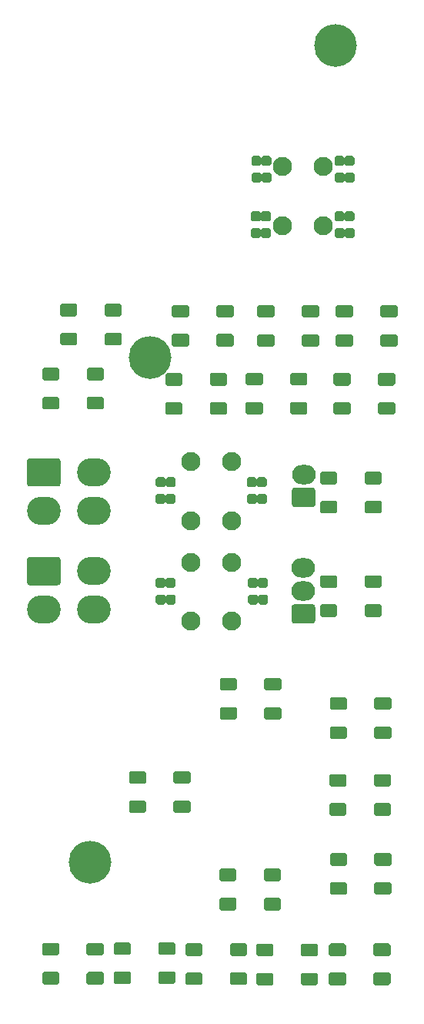
<source format=gbr>
G04 #@! TF.GenerationSoftware,KiCad,Pcbnew,(5.1.12-1-10_14)*
G04 #@! TF.CreationDate,2021-11-28T12:56:29+11:00*
G04 #@! TF.ProjectId,MasterModePushbuttonV2,4d617374-6572-44d6-9f64-655075736862,rev?*
G04 #@! TF.SameCoordinates,Original*
G04 #@! TF.FileFunction,Soldermask,Top*
G04 #@! TF.FilePolarity,Negative*
%FSLAX46Y46*%
G04 Gerber Fmt 4.6, Leading zero omitted, Abs format (unit mm)*
G04 Created by KiCad (PCBNEW (5.1.12-1-10_14)) date 2021-11-28 12:56:29*
%MOMM*%
%LPD*%
G01*
G04 APERTURE LIST*
%ADD10C,2.100000*%
%ADD11C,4.700000*%
%ADD12O,2.590000X2.140000*%
%ADD13O,3.700000X3.100000*%
G04 APERTURE END LIST*
G36*
G01*
X227142380Y-97709580D02*
X226442380Y-97709580D01*
G75*
G02*
X226242380Y-97509580I0J200000D01*
G01*
X226242380Y-96809580D01*
G75*
G02*
X226442380Y-96609580I200000J0D01*
G01*
X227142380Y-96609580D01*
G75*
G02*
X227342380Y-96809580I0J-200000D01*
G01*
X227342380Y-97509580D01*
G75*
G02*
X227142380Y-97709580I-200000J0D01*
G01*
G37*
G36*
G01*
X226042380Y-97709580D02*
X225342380Y-97709580D01*
G75*
G02*
X225142380Y-97509580I0J200000D01*
G01*
X225142380Y-96809580D01*
G75*
G02*
X225342380Y-96609580I200000J0D01*
G01*
X226042380Y-96609580D01*
G75*
G02*
X226242380Y-96809580I0J-200000D01*
G01*
X226242380Y-97509580D01*
G75*
G02*
X226042380Y-97709580I-200000J0D01*
G01*
G37*
G36*
G01*
X226042380Y-95879580D02*
X225342380Y-95879580D01*
G75*
G02*
X225142380Y-95679580I0J200000D01*
G01*
X225142380Y-94979580D01*
G75*
G02*
X225342380Y-94779580I200000J0D01*
G01*
X226042380Y-94779580D01*
G75*
G02*
X226242380Y-94979580I0J-200000D01*
G01*
X226242380Y-95679580D01*
G75*
G02*
X226042380Y-95879580I-200000J0D01*
G01*
G37*
G36*
G01*
X227142380Y-95879580D02*
X226442380Y-95879580D01*
G75*
G02*
X226242380Y-95679580I0J200000D01*
G01*
X226242380Y-94979580D01*
G75*
G02*
X226442380Y-94779580I200000J0D01*
G01*
X227142380Y-94779580D01*
G75*
G02*
X227342380Y-94979580I0J-200000D01*
G01*
X227342380Y-95679580D01*
G75*
G02*
X227142380Y-95879580I-200000J0D01*
G01*
G37*
G36*
G01*
X227269380Y-108758580D02*
X226569380Y-108758580D01*
G75*
G02*
X226369380Y-108558580I0J200000D01*
G01*
X226369380Y-107858580D01*
G75*
G02*
X226569380Y-107658580I200000J0D01*
G01*
X227269380Y-107658580D01*
G75*
G02*
X227469380Y-107858580I0J-200000D01*
G01*
X227469380Y-108558580D01*
G75*
G02*
X227269380Y-108758580I-200000J0D01*
G01*
G37*
G36*
G01*
X226169380Y-108758580D02*
X225469380Y-108758580D01*
G75*
G02*
X225269380Y-108558580I0J200000D01*
G01*
X225269380Y-107858580D01*
G75*
G02*
X225469380Y-107658580I200000J0D01*
G01*
X226169380Y-107658580D01*
G75*
G02*
X226369380Y-107858580I0J-200000D01*
G01*
X226369380Y-108558580D01*
G75*
G02*
X226169380Y-108758580I-200000J0D01*
G01*
G37*
G36*
G01*
X226169380Y-106928580D02*
X225469380Y-106928580D01*
G75*
G02*
X225269380Y-106728580I0J200000D01*
G01*
X225269380Y-106028580D01*
G75*
G02*
X225469380Y-105828580I200000J0D01*
G01*
X226169380Y-105828580D01*
G75*
G02*
X226369380Y-106028580I0J-200000D01*
G01*
X226369380Y-106728580D01*
G75*
G02*
X226169380Y-106928580I-200000J0D01*
G01*
G37*
G36*
G01*
X227269380Y-106928580D02*
X226569380Y-106928580D01*
G75*
G02*
X226369380Y-106728580I0J200000D01*
G01*
X226369380Y-106028580D01*
G75*
G02*
X226569380Y-105828580I200000J0D01*
G01*
X227269380Y-105828580D01*
G75*
G02*
X227469380Y-106028580I0J-200000D01*
G01*
X227469380Y-106728580D01*
G75*
G02*
X227269380Y-106928580I-200000J0D01*
G01*
G37*
G36*
G01*
X217109380Y-108758580D02*
X216409380Y-108758580D01*
G75*
G02*
X216209380Y-108558580I0J200000D01*
G01*
X216209380Y-107858580D01*
G75*
G02*
X216409380Y-107658580I200000J0D01*
G01*
X217109380Y-107658580D01*
G75*
G02*
X217309380Y-107858580I0J-200000D01*
G01*
X217309380Y-108558580D01*
G75*
G02*
X217109380Y-108758580I-200000J0D01*
G01*
G37*
G36*
G01*
X216009380Y-108758580D02*
X215309380Y-108758580D01*
G75*
G02*
X215109380Y-108558580I0J200000D01*
G01*
X215109380Y-107858580D01*
G75*
G02*
X215309380Y-107658580I200000J0D01*
G01*
X216009380Y-107658580D01*
G75*
G02*
X216209380Y-107858580I0J-200000D01*
G01*
X216209380Y-108558580D01*
G75*
G02*
X216009380Y-108758580I-200000J0D01*
G01*
G37*
G36*
G01*
X216009380Y-106928580D02*
X215309380Y-106928580D01*
G75*
G02*
X215109380Y-106728580I0J200000D01*
G01*
X215109380Y-106028580D01*
G75*
G02*
X215309380Y-105828580I200000J0D01*
G01*
X216009380Y-105828580D01*
G75*
G02*
X216209380Y-106028580I0J-200000D01*
G01*
X216209380Y-106728580D01*
G75*
G02*
X216009380Y-106928580I-200000J0D01*
G01*
G37*
G36*
G01*
X217109380Y-106928580D02*
X216409380Y-106928580D01*
G75*
G02*
X216209380Y-106728580I0J200000D01*
G01*
X216209380Y-106028580D01*
G75*
G02*
X216409380Y-105828580I200000J0D01*
G01*
X217109380Y-105828580D01*
G75*
G02*
X217309380Y-106028580I0J-200000D01*
G01*
X217309380Y-106728580D01*
G75*
G02*
X217109380Y-106928580I-200000J0D01*
G01*
G37*
G36*
G01*
X225786880Y-65569580D02*
X226486880Y-65569580D01*
G75*
G02*
X226686880Y-65769580I0J-200000D01*
G01*
X226686880Y-66469580D01*
G75*
G02*
X226486880Y-66669580I-200000J0D01*
G01*
X225786880Y-66669580D01*
G75*
G02*
X225586880Y-66469580I0J200000D01*
G01*
X225586880Y-65769580D01*
G75*
G02*
X225786880Y-65569580I200000J0D01*
G01*
G37*
G36*
G01*
X226886880Y-65569580D02*
X227586880Y-65569580D01*
G75*
G02*
X227786880Y-65769580I0J-200000D01*
G01*
X227786880Y-66469580D01*
G75*
G02*
X227586880Y-66669580I-200000J0D01*
G01*
X226886880Y-66669580D01*
G75*
G02*
X226686880Y-66469580I0J200000D01*
G01*
X226686880Y-65769580D01*
G75*
G02*
X226886880Y-65569580I200000J0D01*
G01*
G37*
G36*
G01*
X226886880Y-67399580D02*
X227586880Y-67399580D01*
G75*
G02*
X227786880Y-67599580I0J-200000D01*
G01*
X227786880Y-68299580D01*
G75*
G02*
X227586880Y-68499580I-200000J0D01*
G01*
X226886880Y-68499580D01*
G75*
G02*
X226686880Y-68299580I0J200000D01*
G01*
X226686880Y-67599580D01*
G75*
G02*
X226886880Y-67399580I200000J0D01*
G01*
G37*
G36*
G01*
X225786880Y-67399580D02*
X226486880Y-67399580D01*
G75*
G02*
X226686880Y-67599580I0J-200000D01*
G01*
X226686880Y-68299580D01*
G75*
G02*
X226486880Y-68499580I-200000J0D01*
G01*
X225786880Y-68499580D01*
G75*
G02*
X225586880Y-68299580I0J200000D01*
G01*
X225586880Y-67599580D01*
G75*
G02*
X225786880Y-67399580I200000J0D01*
G01*
G37*
G36*
G01*
X236794380Y-68499580D02*
X236094380Y-68499580D01*
G75*
G02*
X235894380Y-68299580I0J200000D01*
G01*
X235894380Y-67599580D01*
G75*
G02*
X236094380Y-67399580I200000J0D01*
G01*
X236794380Y-67399580D01*
G75*
G02*
X236994380Y-67599580I0J-200000D01*
G01*
X236994380Y-68299580D01*
G75*
G02*
X236794380Y-68499580I-200000J0D01*
G01*
G37*
G36*
G01*
X235694380Y-68499580D02*
X234994380Y-68499580D01*
G75*
G02*
X234794380Y-68299580I0J200000D01*
G01*
X234794380Y-67599580D01*
G75*
G02*
X234994380Y-67399580I200000J0D01*
G01*
X235694380Y-67399580D01*
G75*
G02*
X235894380Y-67599580I0J-200000D01*
G01*
X235894380Y-68299580D01*
G75*
G02*
X235694380Y-68499580I-200000J0D01*
G01*
G37*
G36*
G01*
X235694380Y-66669580D02*
X234994380Y-66669580D01*
G75*
G02*
X234794380Y-66469580I0J200000D01*
G01*
X234794380Y-65769580D01*
G75*
G02*
X234994380Y-65569580I200000J0D01*
G01*
X235694380Y-65569580D01*
G75*
G02*
X235894380Y-65769580I0J-200000D01*
G01*
X235894380Y-66469580D01*
G75*
G02*
X235694380Y-66669580I-200000J0D01*
G01*
G37*
G36*
G01*
X236794380Y-66669580D02*
X236094380Y-66669580D01*
G75*
G02*
X235894380Y-66469580I0J200000D01*
G01*
X235894380Y-65769580D01*
G75*
G02*
X236094380Y-65569580I200000J0D01*
G01*
X236794380Y-65569580D01*
G75*
G02*
X236994380Y-65769580I0J-200000D01*
G01*
X236994380Y-66469580D01*
G75*
G02*
X236794380Y-66669580I-200000J0D01*
G01*
G37*
G36*
G01*
X236794380Y-62403580D02*
X236094380Y-62403580D01*
G75*
G02*
X235894380Y-62203580I0J200000D01*
G01*
X235894380Y-61503580D01*
G75*
G02*
X236094380Y-61303580I200000J0D01*
G01*
X236794380Y-61303580D01*
G75*
G02*
X236994380Y-61503580I0J-200000D01*
G01*
X236994380Y-62203580D01*
G75*
G02*
X236794380Y-62403580I-200000J0D01*
G01*
G37*
G36*
G01*
X235694380Y-62403580D02*
X234994380Y-62403580D01*
G75*
G02*
X234794380Y-62203580I0J200000D01*
G01*
X234794380Y-61503580D01*
G75*
G02*
X234994380Y-61303580I200000J0D01*
G01*
X235694380Y-61303580D01*
G75*
G02*
X235894380Y-61503580I0J-200000D01*
G01*
X235894380Y-62203580D01*
G75*
G02*
X235694380Y-62403580I-200000J0D01*
G01*
G37*
G36*
G01*
X235694380Y-60573580D02*
X234994380Y-60573580D01*
G75*
G02*
X234794380Y-60373580I0J200000D01*
G01*
X234794380Y-59673580D01*
G75*
G02*
X234994380Y-59473580I200000J0D01*
G01*
X235694380Y-59473580D01*
G75*
G02*
X235894380Y-59673580I0J-200000D01*
G01*
X235894380Y-60373580D01*
G75*
G02*
X235694380Y-60573580I-200000J0D01*
G01*
G37*
G36*
G01*
X236794380Y-60573580D02*
X236094380Y-60573580D01*
G75*
G02*
X235894380Y-60373580I0J200000D01*
G01*
X235894380Y-59673580D01*
G75*
G02*
X236094380Y-59473580I200000J0D01*
G01*
X236794380Y-59473580D01*
G75*
G02*
X236994380Y-59673580I0J-200000D01*
G01*
X236994380Y-60373580D01*
G75*
G02*
X236794380Y-60573580I-200000J0D01*
G01*
G37*
G36*
G01*
X227650380Y-62403580D02*
X226950380Y-62403580D01*
G75*
G02*
X226750380Y-62203580I0J200000D01*
G01*
X226750380Y-61503580D01*
G75*
G02*
X226950380Y-61303580I200000J0D01*
G01*
X227650380Y-61303580D01*
G75*
G02*
X227850380Y-61503580I0J-200000D01*
G01*
X227850380Y-62203580D01*
G75*
G02*
X227650380Y-62403580I-200000J0D01*
G01*
G37*
G36*
G01*
X226550380Y-62403580D02*
X225850380Y-62403580D01*
G75*
G02*
X225650380Y-62203580I0J200000D01*
G01*
X225650380Y-61503580D01*
G75*
G02*
X225850380Y-61303580I200000J0D01*
G01*
X226550380Y-61303580D01*
G75*
G02*
X226750380Y-61503580I0J-200000D01*
G01*
X226750380Y-62203580D01*
G75*
G02*
X226550380Y-62403580I-200000J0D01*
G01*
G37*
G36*
G01*
X226550380Y-60573580D02*
X225850380Y-60573580D01*
G75*
G02*
X225650380Y-60373580I0J200000D01*
G01*
X225650380Y-59673580D01*
G75*
G02*
X225850380Y-59473580I200000J0D01*
G01*
X226550380Y-59473580D01*
G75*
G02*
X226750380Y-59673580I0J-200000D01*
G01*
X226750380Y-60373580D01*
G75*
G02*
X226550380Y-60573580I-200000J0D01*
G01*
G37*
G36*
G01*
X227650380Y-60573580D02*
X226950380Y-60573580D01*
G75*
G02*
X226750380Y-60373580I0J200000D01*
G01*
X226750380Y-59673580D01*
G75*
G02*
X226950380Y-59473580I200000J0D01*
G01*
X227650380Y-59473580D01*
G75*
G02*
X227850380Y-59673580I0J-200000D01*
G01*
X227850380Y-60373580D01*
G75*
G02*
X227650380Y-60573580I-200000J0D01*
G01*
G37*
G36*
G01*
X215309380Y-94779580D02*
X216009380Y-94779580D01*
G75*
G02*
X216209380Y-94979580I0J-200000D01*
G01*
X216209380Y-95679580D01*
G75*
G02*
X216009380Y-95879580I-200000J0D01*
G01*
X215309380Y-95879580D01*
G75*
G02*
X215109380Y-95679580I0J200000D01*
G01*
X215109380Y-94979580D01*
G75*
G02*
X215309380Y-94779580I200000J0D01*
G01*
G37*
G36*
G01*
X216409380Y-94779580D02*
X217109380Y-94779580D01*
G75*
G02*
X217309380Y-94979580I0J-200000D01*
G01*
X217309380Y-95679580D01*
G75*
G02*
X217109380Y-95879580I-200000J0D01*
G01*
X216409380Y-95879580D01*
G75*
G02*
X216209380Y-95679580I0J200000D01*
G01*
X216209380Y-94979580D01*
G75*
G02*
X216409380Y-94779580I200000J0D01*
G01*
G37*
G36*
G01*
X216409380Y-96609580D02*
X217109380Y-96609580D01*
G75*
G02*
X217309380Y-96809580I0J-200000D01*
G01*
X217309380Y-97509580D01*
G75*
G02*
X217109380Y-97709580I-200000J0D01*
G01*
X216409380Y-97709580D01*
G75*
G02*
X216209380Y-97509580I0J200000D01*
G01*
X216209380Y-96809580D01*
G75*
G02*
X216409380Y-96609580I200000J0D01*
G01*
G37*
G36*
G01*
X215309380Y-96609580D02*
X216009380Y-96609580D01*
G75*
G02*
X216209380Y-96809580I0J-200000D01*
G01*
X216209380Y-97509580D01*
G75*
G02*
X216009380Y-97709580I-200000J0D01*
G01*
X215309380Y-97709580D01*
G75*
G02*
X215109380Y-97509580I0J200000D01*
G01*
X215109380Y-96809580D01*
G75*
G02*
X215309380Y-96609580I200000J0D01*
G01*
G37*
D10*
X223448380Y-104118580D03*
X223448380Y-110618580D03*
X218948380Y-104118580D03*
X218948380Y-110618580D03*
X223448380Y-93069580D03*
X223448380Y-99569580D03*
X218948380Y-93069580D03*
X218948380Y-99569580D03*
X229036380Y-67161580D03*
X229036380Y-60661580D03*
X233536380Y-67161580D03*
X233536380Y-60661580D03*
D11*
X207904880Y-137079580D03*
X214494880Y-81629580D03*
X234874880Y-47339580D03*
D12*
X231360480Y-104715480D03*
X231360480Y-107255480D03*
G36*
G01*
X232348010Y-110865480D02*
X230372950Y-110865480D01*
G75*
G02*
X230065480Y-110558010I0J307470D01*
G01*
X230065480Y-109032950D01*
G75*
G02*
X230372950Y-108725480I307470J0D01*
G01*
X232348010Y-108725480D01*
G75*
G02*
X232655480Y-109032950I0J-307470D01*
G01*
X232655480Y-110558010D01*
G75*
G02*
X232348010Y-110865480I-307470J0D01*
G01*
G37*
X231394880Y-94449580D03*
G36*
G01*
X232382410Y-98059580D02*
X230407350Y-98059580D01*
G75*
G02*
X230099880Y-97752110I0J307470D01*
G01*
X230099880Y-96227050D01*
G75*
G02*
X230407350Y-95919580I307470J0D01*
G01*
X232382410Y-95919580D01*
G75*
G02*
X232689880Y-96227050I0J-307470D01*
G01*
X232689880Y-97752110D01*
G75*
G02*
X232382410Y-98059580I-307470J0D01*
G01*
G37*
D13*
X208296000Y-98447500D03*
X208296000Y-94247500D03*
X202796000Y-98447500D03*
G36*
G01*
X201234300Y-92697500D02*
X204357700Y-92697500D01*
G75*
G02*
X204646000Y-92985800I0J-288300D01*
G01*
X204646000Y-95509200D01*
G75*
G02*
X204357700Y-95797500I-288300J0D01*
G01*
X201234300Y-95797500D01*
G75*
G02*
X200946000Y-95509200I0J288300D01*
G01*
X200946000Y-92985800D01*
G75*
G02*
X201234300Y-92697500I288300J0D01*
G01*
G37*
X208296000Y-109297000D03*
X208296000Y-105097000D03*
X202796000Y-109297000D03*
G36*
G01*
X201234300Y-103547000D02*
X204357700Y-103547000D01*
G75*
G02*
X204646000Y-103835300I0J-288300D01*
G01*
X204646000Y-106358700D01*
G75*
G02*
X204357700Y-106647000I-288300J0D01*
G01*
X201234300Y-106647000D01*
G75*
G02*
X200946000Y-106358700I0J288300D01*
G01*
X200946000Y-103835300D01*
G75*
G02*
X201234300Y-103547000I288300J0D01*
G01*
G37*
G36*
G01*
X234158000Y-147202000D02*
X234158000Y-146202000D01*
G75*
G02*
X234358000Y-146002000I200000J0D01*
G01*
X235858000Y-146002000D01*
G75*
G02*
X236058000Y-146202000I0J-200000D01*
G01*
X236058000Y-147202000D01*
G75*
G02*
X235858000Y-147402000I-200000J0D01*
G01*
X234358000Y-147402000D01*
G75*
G02*
X234158000Y-147202000I0J200000D01*
G01*
G37*
G36*
G01*
X234158000Y-150402000D02*
X234158000Y-149402000D01*
G75*
G02*
X234358000Y-149202000I200000J0D01*
G01*
X235858000Y-149202000D01*
G75*
G02*
X236058000Y-149402000I0J-200000D01*
G01*
X236058000Y-150402000D01*
G75*
G02*
X235858000Y-150602000I-200000J0D01*
G01*
X234358000Y-150602000D01*
G75*
G02*
X234158000Y-150402000I0J200000D01*
G01*
G37*
G36*
G01*
X239058000Y-147202000D02*
X239058000Y-146202000D01*
G75*
G02*
X239258000Y-146002000I200000J0D01*
G01*
X240758000Y-146002000D01*
G75*
G02*
X240958000Y-146202000I0J-200000D01*
G01*
X240958000Y-147202000D01*
G75*
G02*
X240758000Y-147402000I-200000J0D01*
G01*
X239258000Y-147402000D01*
G75*
G02*
X239058000Y-147202000I0J200000D01*
G01*
G37*
G36*
G01*
X239058000Y-150402000D02*
X239058000Y-149402000D01*
G75*
G02*
X239258000Y-149202000I200000J0D01*
G01*
X240758000Y-149202000D01*
G75*
G02*
X240958000Y-149402000I0J-200000D01*
G01*
X240958000Y-150402000D01*
G75*
G02*
X240758000Y-150602000I-200000J0D01*
G01*
X239258000Y-150602000D01*
G75*
G02*
X239058000Y-150402000I0J200000D01*
G01*
G37*
G36*
G01*
X226171000Y-147227000D02*
X226171000Y-146227000D01*
G75*
G02*
X226371000Y-146027000I200000J0D01*
G01*
X227871000Y-146027000D01*
G75*
G02*
X228071000Y-146227000I0J-200000D01*
G01*
X228071000Y-147227000D01*
G75*
G02*
X227871000Y-147427000I-200000J0D01*
G01*
X226371000Y-147427000D01*
G75*
G02*
X226171000Y-147227000I0J200000D01*
G01*
G37*
G36*
G01*
X226171000Y-150427000D02*
X226171000Y-149427000D01*
G75*
G02*
X226371000Y-149227000I200000J0D01*
G01*
X227871000Y-149227000D01*
G75*
G02*
X228071000Y-149427000I0J-200000D01*
G01*
X228071000Y-150427000D01*
G75*
G02*
X227871000Y-150627000I-200000J0D01*
G01*
X226371000Y-150627000D01*
G75*
G02*
X226171000Y-150427000I0J200000D01*
G01*
G37*
G36*
G01*
X231071000Y-147227000D02*
X231071000Y-146227000D01*
G75*
G02*
X231271000Y-146027000I200000J0D01*
G01*
X232771000Y-146027000D01*
G75*
G02*
X232971000Y-146227000I0J-200000D01*
G01*
X232971000Y-147227000D01*
G75*
G02*
X232771000Y-147427000I-200000J0D01*
G01*
X231271000Y-147427000D01*
G75*
G02*
X231071000Y-147227000I0J200000D01*
G01*
G37*
G36*
G01*
X231071000Y-150427000D02*
X231071000Y-149427000D01*
G75*
G02*
X231271000Y-149227000I200000J0D01*
G01*
X232771000Y-149227000D01*
G75*
G02*
X232971000Y-149427000I0J-200000D01*
G01*
X232971000Y-150427000D01*
G75*
G02*
X232771000Y-150627000I-200000J0D01*
G01*
X231271000Y-150627000D01*
G75*
G02*
X231071000Y-150427000I0J200000D01*
G01*
G37*
G36*
G01*
X218371000Y-147176000D02*
X218371000Y-146176000D01*
G75*
G02*
X218571000Y-145976000I200000J0D01*
G01*
X220071000Y-145976000D01*
G75*
G02*
X220271000Y-146176000I0J-200000D01*
G01*
X220271000Y-147176000D01*
G75*
G02*
X220071000Y-147376000I-200000J0D01*
G01*
X218571000Y-147376000D01*
G75*
G02*
X218371000Y-147176000I0J200000D01*
G01*
G37*
G36*
G01*
X218371000Y-150376000D02*
X218371000Y-149376000D01*
G75*
G02*
X218571000Y-149176000I200000J0D01*
G01*
X220071000Y-149176000D01*
G75*
G02*
X220271000Y-149376000I0J-200000D01*
G01*
X220271000Y-150376000D01*
G75*
G02*
X220071000Y-150576000I-200000J0D01*
G01*
X218571000Y-150576000D01*
G75*
G02*
X218371000Y-150376000I0J200000D01*
G01*
G37*
G36*
G01*
X223271000Y-147176000D02*
X223271000Y-146176000D01*
G75*
G02*
X223471000Y-145976000I200000J0D01*
G01*
X224971000Y-145976000D01*
G75*
G02*
X225171000Y-146176000I0J-200000D01*
G01*
X225171000Y-147176000D01*
G75*
G02*
X224971000Y-147376000I-200000J0D01*
G01*
X223471000Y-147376000D01*
G75*
G02*
X223271000Y-147176000I0J200000D01*
G01*
G37*
G36*
G01*
X223271000Y-150376000D02*
X223271000Y-149376000D01*
G75*
G02*
X223471000Y-149176000I200000J0D01*
G01*
X224971000Y-149176000D01*
G75*
G02*
X225171000Y-149376000I0J-200000D01*
G01*
X225171000Y-150376000D01*
G75*
G02*
X224971000Y-150576000I-200000J0D01*
G01*
X223471000Y-150576000D01*
G75*
G02*
X223271000Y-150376000I0J200000D01*
G01*
G37*
G36*
G01*
X210497000Y-147075000D02*
X210497000Y-146075000D01*
G75*
G02*
X210697000Y-145875000I200000J0D01*
G01*
X212197000Y-145875000D01*
G75*
G02*
X212397000Y-146075000I0J-200000D01*
G01*
X212397000Y-147075000D01*
G75*
G02*
X212197000Y-147275000I-200000J0D01*
G01*
X210697000Y-147275000D01*
G75*
G02*
X210497000Y-147075000I0J200000D01*
G01*
G37*
G36*
G01*
X210497000Y-150275000D02*
X210497000Y-149275000D01*
G75*
G02*
X210697000Y-149075000I200000J0D01*
G01*
X212197000Y-149075000D01*
G75*
G02*
X212397000Y-149275000I0J-200000D01*
G01*
X212397000Y-150275000D01*
G75*
G02*
X212197000Y-150475000I-200000J0D01*
G01*
X210697000Y-150475000D01*
G75*
G02*
X210497000Y-150275000I0J200000D01*
G01*
G37*
G36*
G01*
X215397000Y-147075000D02*
X215397000Y-146075000D01*
G75*
G02*
X215597000Y-145875000I200000J0D01*
G01*
X217097000Y-145875000D01*
G75*
G02*
X217297000Y-146075000I0J-200000D01*
G01*
X217297000Y-147075000D01*
G75*
G02*
X217097000Y-147275000I-200000J0D01*
G01*
X215597000Y-147275000D01*
G75*
G02*
X215397000Y-147075000I0J200000D01*
G01*
G37*
G36*
G01*
X215397000Y-150275000D02*
X215397000Y-149275000D01*
G75*
G02*
X215597000Y-149075000I200000J0D01*
G01*
X217097000Y-149075000D01*
G75*
G02*
X217297000Y-149275000I0J-200000D01*
G01*
X217297000Y-150275000D01*
G75*
G02*
X217097000Y-150475000I-200000J0D01*
G01*
X215597000Y-150475000D01*
G75*
G02*
X215397000Y-150275000I0J200000D01*
G01*
G37*
G36*
G01*
X202600000Y-147125000D02*
X202600000Y-146125000D01*
G75*
G02*
X202800000Y-145925000I200000J0D01*
G01*
X204300000Y-145925000D01*
G75*
G02*
X204500000Y-146125000I0J-200000D01*
G01*
X204500000Y-147125000D01*
G75*
G02*
X204300000Y-147325000I-200000J0D01*
G01*
X202800000Y-147325000D01*
G75*
G02*
X202600000Y-147125000I0J200000D01*
G01*
G37*
G36*
G01*
X202600000Y-150325000D02*
X202600000Y-149325000D01*
G75*
G02*
X202800000Y-149125000I200000J0D01*
G01*
X204300000Y-149125000D01*
G75*
G02*
X204500000Y-149325000I0J-200000D01*
G01*
X204500000Y-150325000D01*
G75*
G02*
X204300000Y-150525000I-200000J0D01*
G01*
X202800000Y-150525000D01*
G75*
G02*
X202600000Y-150325000I0J200000D01*
G01*
G37*
G36*
G01*
X207500000Y-147125000D02*
X207500000Y-146125000D01*
G75*
G02*
X207700000Y-145925000I200000J0D01*
G01*
X209200000Y-145925000D01*
G75*
G02*
X209400000Y-146125000I0J-200000D01*
G01*
X209400000Y-147125000D01*
G75*
G02*
X209200000Y-147325000I-200000J0D01*
G01*
X207700000Y-147325000D01*
G75*
G02*
X207500000Y-147125000I0J200000D01*
G01*
G37*
G36*
G01*
X207500000Y-150325000D02*
X207500000Y-149325000D01*
G75*
G02*
X207700000Y-149125000I200000J0D01*
G01*
X209200000Y-149125000D01*
G75*
G02*
X209400000Y-149325000I0J-200000D01*
G01*
X209400000Y-150325000D01*
G75*
G02*
X209200000Y-150525000I-200000J0D01*
G01*
X207700000Y-150525000D01*
G75*
G02*
X207500000Y-150325000I0J200000D01*
G01*
G37*
G36*
G01*
X222118000Y-138972000D02*
X222118000Y-137972000D01*
G75*
G02*
X222318000Y-137772000I200000J0D01*
G01*
X223818000Y-137772000D01*
G75*
G02*
X224018000Y-137972000I0J-200000D01*
G01*
X224018000Y-138972000D01*
G75*
G02*
X223818000Y-139172000I-200000J0D01*
G01*
X222318000Y-139172000D01*
G75*
G02*
X222118000Y-138972000I0J200000D01*
G01*
G37*
G36*
G01*
X222118000Y-142172000D02*
X222118000Y-141172000D01*
G75*
G02*
X222318000Y-140972000I200000J0D01*
G01*
X223818000Y-140972000D01*
G75*
G02*
X224018000Y-141172000I0J-200000D01*
G01*
X224018000Y-142172000D01*
G75*
G02*
X223818000Y-142372000I-200000J0D01*
G01*
X222318000Y-142372000D01*
G75*
G02*
X222118000Y-142172000I0J200000D01*
G01*
G37*
G36*
G01*
X227018000Y-138972000D02*
X227018000Y-137972000D01*
G75*
G02*
X227218000Y-137772000I200000J0D01*
G01*
X228718000Y-137772000D01*
G75*
G02*
X228918000Y-137972000I0J-200000D01*
G01*
X228918000Y-138972000D01*
G75*
G02*
X228718000Y-139172000I-200000J0D01*
G01*
X227218000Y-139172000D01*
G75*
G02*
X227018000Y-138972000I0J200000D01*
G01*
G37*
G36*
G01*
X227018000Y-142172000D02*
X227018000Y-141172000D01*
G75*
G02*
X227218000Y-140972000I200000J0D01*
G01*
X228718000Y-140972000D01*
G75*
G02*
X228918000Y-141172000I0J-200000D01*
G01*
X228918000Y-142172000D01*
G75*
G02*
X228718000Y-142372000I-200000J0D01*
G01*
X227218000Y-142372000D01*
G75*
G02*
X227018000Y-142172000I0J200000D01*
G01*
G37*
G36*
G01*
X234271000Y-137270000D02*
X234271000Y-136270000D01*
G75*
G02*
X234471000Y-136070000I200000J0D01*
G01*
X235971000Y-136070000D01*
G75*
G02*
X236171000Y-136270000I0J-200000D01*
G01*
X236171000Y-137270000D01*
G75*
G02*
X235971000Y-137470000I-200000J0D01*
G01*
X234471000Y-137470000D01*
G75*
G02*
X234271000Y-137270000I0J200000D01*
G01*
G37*
G36*
G01*
X234271000Y-140470000D02*
X234271000Y-139470000D01*
G75*
G02*
X234471000Y-139270000I200000J0D01*
G01*
X235971000Y-139270000D01*
G75*
G02*
X236171000Y-139470000I0J-200000D01*
G01*
X236171000Y-140470000D01*
G75*
G02*
X235971000Y-140670000I-200000J0D01*
G01*
X234471000Y-140670000D01*
G75*
G02*
X234271000Y-140470000I0J200000D01*
G01*
G37*
G36*
G01*
X239171000Y-137270000D02*
X239171000Y-136270000D01*
G75*
G02*
X239371000Y-136070000I200000J0D01*
G01*
X240871000Y-136070000D01*
G75*
G02*
X241071000Y-136270000I0J-200000D01*
G01*
X241071000Y-137270000D01*
G75*
G02*
X240871000Y-137470000I-200000J0D01*
G01*
X239371000Y-137470000D01*
G75*
G02*
X239171000Y-137270000I0J200000D01*
G01*
G37*
G36*
G01*
X239171000Y-140470000D02*
X239171000Y-139470000D01*
G75*
G02*
X239371000Y-139270000I200000J0D01*
G01*
X240871000Y-139270000D01*
G75*
G02*
X241071000Y-139470000I0J-200000D01*
G01*
X241071000Y-140470000D01*
G75*
G02*
X240871000Y-140670000I-200000J0D01*
G01*
X239371000Y-140670000D01*
G75*
G02*
X239171000Y-140470000I0J200000D01*
G01*
G37*
G36*
G01*
X234220000Y-128583000D02*
X234220000Y-127583000D01*
G75*
G02*
X234420000Y-127383000I200000J0D01*
G01*
X235920000Y-127383000D01*
G75*
G02*
X236120000Y-127583000I0J-200000D01*
G01*
X236120000Y-128583000D01*
G75*
G02*
X235920000Y-128783000I-200000J0D01*
G01*
X234420000Y-128783000D01*
G75*
G02*
X234220000Y-128583000I0J200000D01*
G01*
G37*
G36*
G01*
X234220000Y-131783000D02*
X234220000Y-130783000D01*
G75*
G02*
X234420000Y-130583000I200000J0D01*
G01*
X235920000Y-130583000D01*
G75*
G02*
X236120000Y-130783000I0J-200000D01*
G01*
X236120000Y-131783000D01*
G75*
G02*
X235920000Y-131983000I-200000J0D01*
G01*
X234420000Y-131983000D01*
G75*
G02*
X234220000Y-131783000I0J200000D01*
G01*
G37*
G36*
G01*
X239120000Y-128583000D02*
X239120000Y-127583000D01*
G75*
G02*
X239320000Y-127383000I200000J0D01*
G01*
X240820000Y-127383000D01*
G75*
G02*
X241020000Y-127583000I0J-200000D01*
G01*
X241020000Y-128583000D01*
G75*
G02*
X240820000Y-128783000I-200000J0D01*
G01*
X239320000Y-128783000D01*
G75*
G02*
X239120000Y-128583000I0J200000D01*
G01*
G37*
G36*
G01*
X239120000Y-131783000D02*
X239120000Y-130783000D01*
G75*
G02*
X239320000Y-130583000I200000J0D01*
G01*
X240820000Y-130583000D01*
G75*
G02*
X241020000Y-130783000I0J-200000D01*
G01*
X241020000Y-131783000D01*
G75*
G02*
X240820000Y-131983000I-200000J0D01*
G01*
X239320000Y-131983000D01*
G75*
G02*
X239120000Y-131783000I0J200000D01*
G01*
G37*
G36*
G01*
X212173000Y-128279000D02*
X212173000Y-127279000D01*
G75*
G02*
X212373000Y-127079000I200000J0D01*
G01*
X213873000Y-127079000D01*
G75*
G02*
X214073000Y-127279000I0J-200000D01*
G01*
X214073000Y-128279000D01*
G75*
G02*
X213873000Y-128479000I-200000J0D01*
G01*
X212373000Y-128479000D01*
G75*
G02*
X212173000Y-128279000I0J200000D01*
G01*
G37*
G36*
G01*
X212173000Y-131479000D02*
X212173000Y-130479000D01*
G75*
G02*
X212373000Y-130279000I200000J0D01*
G01*
X213873000Y-130279000D01*
G75*
G02*
X214073000Y-130479000I0J-200000D01*
G01*
X214073000Y-131479000D01*
G75*
G02*
X213873000Y-131679000I-200000J0D01*
G01*
X212373000Y-131679000D01*
G75*
G02*
X212173000Y-131479000I0J200000D01*
G01*
G37*
G36*
G01*
X217073000Y-128279000D02*
X217073000Y-127279000D01*
G75*
G02*
X217273000Y-127079000I200000J0D01*
G01*
X218773000Y-127079000D01*
G75*
G02*
X218973000Y-127279000I0J-200000D01*
G01*
X218973000Y-128279000D01*
G75*
G02*
X218773000Y-128479000I-200000J0D01*
G01*
X217273000Y-128479000D01*
G75*
G02*
X217073000Y-128279000I0J200000D01*
G01*
G37*
G36*
G01*
X217073000Y-131479000D02*
X217073000Y-130479000D01*
G75*
G02*
X217273000Y-130279000I200000J0D01*
G01*
X218773000Y-130279000D01*
G75*
G02*
X218973000Y-130479000I0J-200000D01*
G01*
X218973000Y-131479000D01*
G75*
G02*
X218773000Y-131679000I-200000J0D01*
G01*
X217273000Y-131679000D01*
G75*
G02*
X217073000Y-131479000I0J200000D01*
G01*
G37*
G36*
G01*
X234271000Y-120151000D02*
X234271000Y-119151000D01*
G75*
G02*
X234471000Y-118951000I200000J0D01*
G01*
X235971000Y-118951000D01*
G75*
G02*
X236171000Y-119151000I0J-200000D01*
G01*
X236171000Y-120151000D01*
G75*
G02*
X235971000Y-120351000I-200000J0D01*
G01*
X234471000Y-120351000D01*
G75*
G02*
X234271000Y-120151000I0J200000D01*
G01*
G37*
G36*
G01*
X234271000Y-123351000D02*
X234271000Y-122351000D01*
G75*
G02*
X234471000Y-122151000I200000J0D01*
G01*
X235971000Y-122151000D01*
G75*
G02*
X236171000Y-122351000I0J-200000D01*
G01*
X236171000Y-123351000D01*
G75*
G02*
X235971000Y-123551000I-200000J0D01*
G01*
X234471000Y-123551000D01*
G75*
G02*
X234271000Y-123351000I0J200000D01*
G01*
G37*
G36*
G01*
X239171000Y-120151000D02*
X239171000Y-119151000D01*
G75*
G02*
X239371000Y-118951000I200000J0D01*
G01*
X240871000Y-118951000D01*
G75*
G02*
X241071000Y-119151000I0J-200000D01*
G01*
X241071000Y-120151000D01*
G75*
G02*
X240871000Y-120351000I-200000J0D01*
G01*
X239371000Y-120351000D01*
G75*
G02*
X239171000Y-120151000I0J200000D01*
G01*
G37*
G36*
G01*
X239171000Y-123351000D02*
X239171000Y-122351000D01*
G75*
G02*
X239371000Y-122151000I200000J0D01*
G01*
X240871000Y-122151000D01*
G75*
G02*
X241071000Y-122351000I0J-200000D01*
G01*
X241071000Y-123351000D01*
G75*
G02*
X240871000Y-123551000I-200000J0D01*
G01*
X239371000Y-123551000D01*
G75*
G02*
X239171000Y-123351000I0J200000D01*
G01*
G37*
G36*
G01*
X222158000Y-118017000D02*
X222158000Y-117017000D01*
G75*
G02*
X222358000Y-116817000I200000J0D01*
G01*
X223858000Y-116817000D01*
G75*
G02*
X224058000Y-117017000I0J-200000D01*
G01*
X224058000Y-118017000D01*
G75*
G02*
X223858000Y-118217000I-200000J0D01*
G01*
X222358000Y-118217000D01*
G75*
G02*
X222158000Y-118017000I0J200000D01*
G01*
G37*
G36*
G01*
X222158000Y-121217000D02*
X222158000Y-120217000D01*
G75*
G02*
X222358000Y-120017000I200000J0D01*
G01*
X223858000Y-120017000D01*
G75*
G02*
X224058000Y-120217000I0J-200000D01*
G01*
X224058000Y-121217000D01*
G75*
G02*
X223858000Y-121417000I-200000J0D01*
G01*
X222358000Y-121417000D01*
G75*
G02*
X222158000Y-121217000I0J200000D01*
G01*
G37*
G36*
G01*
X227058000Y-118017000D02*
X227058000Y-117017000D01*
G75*
G02*
X227258000Y-116817000I200000J0D01*
G01*
X228758000Y-116817000D01*
G75*
G02*
X228958000Y-117017000I0J-200000D01*
G01*
X228958000Y-118017000D01*
G75*
G02*
X228758000Y-118217000I-200000J0D01*
G01*
X227258000Y-118217000D01*
G75*
G02*
X227058000Y-118017000I0J200000D01*
G01*
G37*
G36*
G01*
X227058000Y-121217000D02*
X227058000Y-120217000D01*
G75*
G02*
X227258000Y-120017000I200000J0D01*
G01*
X228758000Y-120017000D01*
G75*
G02*
X228958000Y-120217000I0J-200000D01*
G01*
X228958000Y-121217000D01*
G75*
G02*
X228758000Y-121417000I-200000J0D01*
G01*
X227258000Y-121417000D01*
G75*
G02*
X227058000Y-121217000I0J200000D01*
G01*
G37*
G36*
G01*
X233204000Y-106739000D02*
X233204000Y-105739000D01*
G75*
G02*
X233404000Y-105539000I200000J0D01*
G01*
X234904000Y-105539000D01*
G75*
G02*
X235104000Y-105739000I0J-200000D01*
G01*
X235104000Y-106739000D01*
G75*
G02*
X234904000Y-106939000I-200000J0D01*
G01*
X233404000Y-106939000D01*
G75*
G02*
X233204000Y-106739000I0J200000D01*
G01*
G37*
G36*
G01*
X233204000Y-109939000D02*
X233204000Y-108939000D01*
G75*
G02*
X233404000Y-108739000I200000J0D01*
G01*
X234904000Y-108739000D01*
G75*
G02*
X235104000Y-108939000I0J-200000D01*
G01*
X235104000Y-109939000D01*
G75*
G02*
X234904000Y-110139000I-200000J0D01*
G01*
X233404000Y-110139000D01*
G75*
G02*
X233204000Y-109939000I0J200000D01*
G01*
G37*
G36*
G01*
X238104000Y-106739000D02*
X238104000Y-105739000D01*
G75*
G02*
X238304000Y-105539000I200000J0D01*
G01*
X239804000Y-105539000D01*
G75*
G02*
X240004000Y-105739000I0J-200000D01*
G01*
X240004000Y-106739000D01*
G75*
G02*
X239804000Y-106939000I-200000J0D01*
G01*
X238304000Y-106939000D01*
G75*
G02*
X238104000Y-106739000I0J200000D01*
G01*
G37*
G36*
G01*
X238104000Y-109939000D02*
X238104000Y-108939000D01*
G75*
G02*
X238304000Y-108739000I200000J0D01*
G01*
X239804000Y-108739000D01*
G75*
G02*
X240004000Y-108939000I0J-200000D01*
G01*
X240004000Y-109939000D01*
G75*
G02*
X239804000Y-110139000I-200000J0D01*
G01*
X238304000Y-110139000D01*
G75*
G02*
X238104000Y-109939000I0J200000D01*
G01*
G37*
G36*
G01*
X233204000Y-95360300D02*
X233204000Y-94360300D01*
G75*
G02*
X233404000Y-94160300I200000J0D01*
G01*
X234904000Y-94160300D01*
G75*
G02*
X235104000Y-94360300I0J-200000D01*
G01*
X235104000Y-95360300D01*
G75*
G02*
X234904000Y-95560300I-200000J0D01*
G01*
X233404000Y-95560300D01*
G75*
G02*
X233204000Y-95360300I0J200000D01*
G01*
G37*
G36*
G01*
X233204000Y-98560300D02*
X233204000Y-97560300D01*
G75*
G02*
X233404000Y-97360300I200000J0D01*
G01*
X234904000Y-97360300D01*
G75*
G02*
X235104000Y-97560300I0J-200000D01*
G01*
X235104000Y-98560300D01*
G75*
G02*
X234904000Y-98760300I-200000J0D01*
G01*
X233404000Y-98760300D01*
G75*
G02*
X233204000Y-98560300I0J200000D01*
G01*
G37*
G36*
G01*
X238104000Y-95360300D02*
X238104000Y-94360300D01*
G75*
G02*
X238304000Y-94160300I200000J0D01*
G01*
X239804000Y-94160300D01*
G75*
G02*
X240004000Y-94360300I0J-200000D01*
G01*
X240004000Y-95360300D01*
G75*
G02*
X239804000Y-95560300I-200000J0D01*
G01*
X238304000Y-95560300D01*
G75*
G02*
X238104000Y-95360300I0J200000D01*
G01*
G37*
G36*
G01*
X238104000Y-98560300D02*
X238104000Y-97560300D01*
G75*
G02*
X238304000Y-97360300I200000J0D01*
G01*
X239804000Y-97360300D01*
G75*
G02*
X240004000Y-97560300I0J-200000D01*
G01*
X240004000Y-98560300D01*
G75*
G02*
X239804000Y-98760300I-200000J0D01*
G01*
X238304000Y-98760300D01*
G75*
G02*
X238104000Y-98560300I0J200000D01*
G01*
G37*
G36*
G01*
X234666000Y-84514700D02*
X234666000Y-83514700D01*
G75*
G02*
X234866000Y-83314700I200000J0D01*
G01*
X236366000Y-83314700D01*
G75*
G02*
X236566000Y-83514700I0J-200000D01*
G01*
X236566000Y-84514700D01*
G75*
G02*
X236366000Y-84714700I-200000J0D01*
G01*
X234866000Y-84714700D01*
G75*
G02*
X234666000Y-84514700I0J200000D01*
G01*
G37*
G36*
G01*
X234666000Y-87714700D02*
X234666000Y-86714700D01*
G75*
G02*
X234866000Y-86514700I200000J0D01*
G01*
X236366000Y-86514700D01*
G75*
G02*
X236566000Y-86714700I0J-200000D01*
G01*
X236566000Y-87714700D01*
G75*
G02*
X236366000Y-87914700I-200000J0D01*
G01*
X234866000Y-87914700D01*
G75*
G02*
X234666000Y-87714700I0J200000D01*
G01*
G37*
G36*
G01*
X239566000Y-84514700D02*
X239566000Y-83514700D01*
G75*
G02*
X239766000Y-83314700I200000J0D01*
G01*
X241266000Y-83314700D01*
G75*
G02*
X241466000Y-83514700I0J-200000D01*
G01*
X241466000Y-84514700D01*
G75*
G02*
X241266000Y-84714700I-200000J0D01*
G01*
X239766000Y-84714700D01*
G75*
G02*
X239566000Y-84514700I0J200000D01*
G01*
G37*
G36*
G01*
X239566000Y-87714700D02*
X239566000Y-86714700D01*
G75*
G02*
X239766000Y-86514700I200000J0D01*
G01*
X241266000Y-86514700D01*
G75*
G02*
X241466000Y-86714700I0J-200000D01*
G01*
X241466000Y-87714700D01*
G75*
G02*
X241266000Y-87914700I-200000J0D01*
G01*
X239766000Y-87914700D01*
G75*
G02*
X239566000Y-87714700I0J200000D01*
G01*
G37*
G36*
G01*
X225002000Y-84489100D02*
X225002000Y-83489100D01*
G75*
G02*
X225202000Y-83289100I200000J0D01*
G01*
X226702000Y-83289100D01*
G75*
G02*
X226902000Y-83489100I0J-200000D01*
G01*
X226902000Y-84489100D01*
G75*
G02*
X226702000Y-84689100I-200000J0D01*
G01*
X225202000Y-84689100D01*
G75*
G02*
X225002000Y-84489100I0J200000D01*
G01*
G37*
G36*
G01*
X225002000Y-87689100D02*
X225002000Y-86689100D01*
G75*
G02*
X225202000Y-86489100I200000J0D01*
G01*
X226702000Y-86489100D01*
G75*
G02*
X226902000Y-86689100I0J-200000D01*
G01*
X226902000Y-87689100D01*
G75*
G02*
X226702000Y-87889100I-200000J0D01*
G01*
X225202000Y-87889100D01*
G75*
G02*
X225002000Y-87689100I0J200000D01*
G01*
G37*
G36*
G01*
X229902000Y-84489100D02*
X229902000Y-83489100D01*
G75*
G02*
X230102000Y-83289100I200000J0D01*
G01*
X231602000Y-83289100D01*
G75*
G02*
X231802000Y-83489100I0J-200000D01*
G01*
X231802000Y-84489100D01*
G75*
G02*
X231602000Y-84689100I-200000J0D01*
G01*
X230102000Y-84689100D01*
G75*
G02*
X229902000Y-84489100I0J200000D01*
G01*
G37*
G36*
G01*
X229902000Y-87689100D02*
X229902000Y-86689100D01*
G75*
G02*
X230102000Y-86489100I200000J0D01*
G01*
X231602000Y-86489100D01*
G75*
G02*
X231802000Y-86689100I0J-200000D01*
G01*
X231802000Y-87689100D01*
G75*
G02*
X231602000Y-87889100I-200000J0D01*
G01*
X230102000Y-87889100D01*
G75*
G02*
X229902000Y-87689100I0J200000D01*
G01*
G37*
G36*
G01*
X216163000Y-84514700D02*
X216163000Y-83514700D01*
G75*
G02*
X216363000Y-83314700I200000J0D01*
G01*
X217863000Y-83314700D01*
G75*
G02*
X218063000Y-83514700I0J-200000D01*
G01*
X218063000Y-84514700D01*
G75*
G02*
X217863000Y-84714700I-200000J0D01*
G01*
X216363000Y-84714700D01*
G75*
G02*
X216163000Y-84514700I0J200000D01*
G01*
G37*
G36*
G01*
X216163000Y-87714700D02*
X216163000Y-86714700D01*
G75*
G02*
X216363000Y-86514700I200000J0D01*
G01*
X217863000Y-86514700D01*
G75*
G02*
X218063000Y-86714700I0J-200000D01*
G01*
X218063000Y-87714700D01*
G75*
G02*
X217863000Y-87914700I-200000J0D01*
G01*
X216363000Y-87914700D01*
G75*
G02*
X216163000Y-87714700I0J200000D01*
G01*
G37*
G36*
G01*
X221063000Y-84514700D02*
X221063000Y-83514700D01*
G75*
G02*
X221263000Y-83314700I200000J0D01*
G01*
X222763000Y-83314700D01*
G75*
G02*
X222963000Y-83514700I0J-200000D01*
G01*
X222963000Y-84514700D01*
G75*
G02*
X222763000Y-84714700I-200000J0D01*
G01*
X221263000Y-84714700D01*
G75*
G02*
X221063000Y-84514700I0J200000D01*
G01*
G37*
G36*
G01*
X221063000Y-87714700D02*
X221063000Y-86714700D01*
G75*
G02*
X221263000Y-86514700I200000J0D01*
G01*
X222763000Y-86514700D01*
G75*
G02*
X222963000Y-86714700I0J-200000D01*
G01*
X222963000Y-87714700D01*
G75*
G02*
X222763000Y-87914700I-200000J0D01*
G01*
X221263000Y-87914700D01*
G75*
G02*
X221063000Y-87714700I0J200000D01*
G01*
G37*
G36*
G01*
X202623000Y-83930300D02*
X202623000Y-82930300D01*
G75*
G02*
X202823000Y-82730300I200000J0D01*
G01*
X204323000Y-82730300D01*
G75*
G02*
X204523000Y-82930300I0J-200000D01*
G01*
X204523000Y-83930300D01*
G75*
G02*
X204323000Y-84130300I-200000J0D01*
G01*
X202823000Y-84130300D01*
G75*
G02*
X202623000Y-83930300I0J200000D01*
G01*
G37*
G36*
G01*
X202623000Y-87130300D02*
X202623000Y-86130300D01*
G75*
G02*
X202823000Y-85930300I200000J0D01*
G01*
X204323000Y-85930300D01*
G75*
G02*
X204523000Y-86130300I0J-200000D01*
G01*
X204523000Y-87130300D01*
G75*
G02*
X204323000Y-87330300I-200000J0D01*
G01*
X202823000Y-87330300D01*
G75*
G02*
X202623000Y-87130300I0J200000D01*
G01*
G37*
G36*
G01*
X207523000Y-83930300D02*
X207523000Y-82930300D01*
G75*
G02*
X207723000Y-82730300I200000J0D01*
G01*
X209223000Y-82730300D01*
G75*
G02*
X209423000Y-82930300I0J-200000D01*
G01*
X209423000Y-83930300D01*
G75*
G02*
X209223000Y-84130300I-200000J0D01*
G01*
X207723000Y-84130300D01*
G75*
G02*
X207523000Y-83930300I0J200000D01*
G01*
G37*
G36*
G01*
X207523000Y-87130300D02*
X207523000Y-86130300D01*
G75*
G02*
X207723000Y-85930300I200000J0D01*
G01*
X209223000Y-85930300D01*
G75*
G02*
X209423000Y-86130300I0J-200000D01*
G01*
X209423000Y-87130300D01*
G75*
G02*
X209223000Y-87330300I-200000J0D01*
G01*
X207723000Y-87330300D01*
G75*
G02*
X207523000Y-87130300I0J200000D01*
G01*
G37*
G36*
G01*
X234920000Y-77047100D02*
X234920000Y-76047100D01*
G75*
G02*
X235120000Y-75847100I200000J0D01*
G01*
X236620000Y-75847100D01*
G75*
G02*
X236820000Y-76047100I0J-200000D01*
G01*
X236820000Y-77047100D01*
G75*
G02*
X236620000Y-77247100I-200000J0D01*
G01*
X235120000Y-77247100D01*
G75*
G02*
X234920000Y-77047100I0J200000D01*
G01*
G37*
G36*
G01*
X234920000Y-80247100D02*
X234920000Y-79247100D01*
G75*
G02*
X235120000Y-79047100I200000J0D01*
G01*
X236620000Y-79047100D01*
G75*
G02*
X236820000Y-79247100I0J-200000D01*
G01*
X236820000Y-80247100D01*
G75*
G02*
X236620000Y-80447100I-200000J0D01*
G01*
X235120000Y-80447100D01*
G75*
G02*
X234920000Y-80247100I0J200000D01*
G01*
G37*
G36*
G01*
X239820000Y-77047100D02*
X239820000Y-76047100D01*
G75*
G02*
X240020000Y-75847100I200000J0D01*
G01*
X241520000Y-75847100D01*
G75*
G02*
X241720000Y-76047100I0J-200000D01*
G01*
X241720000Y-77047100D01*
G75*
G02*
X241520000Y-77247100I-200000J0D01*
G01*
X240020000Y-77247100D01*
G75*
G02*
X239820000Y-77047100I0J200000D01*
G01*
G37*
G36*
G01*
X239820000Y-80247100D02*
X239820000Y-79247100D01*
G75*
G02*
X240020000Y-79047100I200000J0D01*
G01*
X241520000Y-79047100D01*
G75*
G02*
X241720000Y-79247100I0J-200000D01*
G01*
X241720000Y-80247100D01*
G75*
G02*
X241520000Y-80447100I-200000J0D01*
G01*
X240020000Y-80447100D01*
G75*
G02*
X239820000Y-80247100I0J200000D01*
G01*
G37*
G36*
G01*
X226284000Y-77047100D02*
X226284000Y-76047100D01*
G75*
G02*
X226484000Y-75847100I200000J0D01*
G01*
X227984000Y-75847100D01*
G75*
G02*
X228184000Y-76047100I0J-200000D01*
G01*
X228184000Y-77047100D01*
G75*
G02*
X227984000Y-77247100I-200000J0D01*
G01*
X226484000Y-77247100D01*
G75*
G02*
X226284000Y-77047100I0J200000D01*
G01*
G37*
G36*
G01*
X226284000Y-80247100D02*
X226284000Y-79247100D01*
G75*
G02*
X226484000Y-79047100I200000J0D01*
G01*
X227984000Y-79047100D01*
G75*
G02*
X228184000Y-79247100I0J-200000D01*
G01*
X228184000Y-80247100D01*
G75*
G02*
X227984000Y-80447100I-200000J0D01*
G01*
X226484000Y-80447100D01*
G75*
G02*
X226284000Y-80247100I0J200000D01*
G01*
G37*
G36*
G01*
X231184000Y-77047100D02*
X231184000Y-76047100D01*
G75*
G02*
X231384000Y-75847100I200000J0D01*
G01*
X232884000Y-75847100D01*
G75*
G02*
X233084000Y-76047100I0J-200000D01*
G01*
X233084000Y-77047100D01*
G75*
G02*
X232884000Y-77247100I-200000J0D01*
G01*
X231384000Y-77247100D01*
G75*
G02*
X231184000Y-77047100I0J200000D01*
G01*
G37*
G36*
G01*
X231184000Y-80247100D02*
X231184000Y-79247100D01*
G75*
G02*
X231384000Y-79047100I200000J0D01*
G01*
X232884000Y-79047100D01*
G75*
G02*
X233084000Y-79247100I0J-200000D01*
G01*
X233084000Y-80247100D01*
G75*
G02*
X232884000Y-80447100I-200000J0D01*
G01*
X231384000Y-80447100D01*
G75*
G02*
X231184000Y-80247100I0J200000D01*
G01*
G37*
G36*
G01*
X216886000Y-77021500D02*
X216886000Y-76021500D01*
G75*
G02*
X217086000Y-75821500I200000J0D01*
G01*
X218586000Y-75821500D01*
G75*
G02*
X218786000Y-76021500I0J-200000D01*
G01*
X218786000Y-77021500D01*
G75*
G02*
X218586000Y-77221500I-200000J0D01*
G01*
X217086000Y-77221500D01*
G75*
G02*
X216886000Y-77021500I0J200000D01*
G01*
G37*
G36*
G01*
X216886000Y-80221500D02*
X216886000Y-79221500D01*
G75*
G02*
X217086000Y-79021500I200000J0D01*
G01*
X218586000Y-79021500D01*
G75*
G02*
X218786000Y-79221500I0J-200000D01*
G01*
X218786000Y-80221500D01*
G75*
G02*
X218586000Y-80421500I-200000J0D01*
G01*
X217086000Y-80421500D01*
G75*
G02*
X216886000Y-80221500I0J200000D01*
G01*
G37*
G36*
G01*
X221786000Y-77021500D02*
X221786000Y-76021500D01*
G75*
G02*
X221986000Y-75821500I200000J0D01*
G01*
X223486000Y-75821500D01*
G75*
G02*
X223686000Y-76021500I0J-200000D01*
G01*
X223686000Y-77021500D01*
G75*
G02*
X223486000Y-77221500I-200000J0D01*
G01*
X221986000Y-77221500D01*
G75*
G02*
X221786000Y-77021500I0J200000D01*
G01*
G37*
G36*
G01*
X221786000Y-80221500D02*
X221786000Y-79221500D01*
G75*
G02*
X221986000Y-79021500I200000J0D01*
G01*
X223486000Y-79021500D01*
G75*
G02*
X223686000Y-79221500I0J-200000D01*
G01*
X223686000Y-80221500D01*
G75*
G02*
X223486000Y-80421500I-200000J0D01*
G01*
X221986000Y-80421500D01*
G75*
G02*
X221786000Y-80221500I0J200000D01*
G01*
G37*
G36*
G01*
X204592000Y-76894700D02*
X204592000Y-75894700D01*
G75*
G02*
X204792000Y-75694700I200000J0D01*
G01*
X206292000Y-75694700D01*
G75*
G02*
X206492000Y-75894700I0J-200000D01*
G01*
X206492000Y-76894700D01*
G75*
G02*
X206292000Y-77094700I-200000J0D01*
G01*
X204792000Y-77094700D01*
G75*
G02*
X204592000Y-76894700I0J200000D01*
G01*
G37*
G36*
G01*
X204592000Y-80094700D02*
X204592000Y-79094700D01*
G75*
G02*
X204792000Y-78894700I200000J0D01*
G01*
X206292000Y-78894700D01*
G75*
G02*
X206492000Y-79094700I0J-200000D01*
G01*
X206492000Y-80094700D01*
G75*
G02*
X206292000Y-80294700I-200000J0D01*
G01*
X204792000Y-80294700D01*
G75*
G02*
X204592000Y-80094700I0J200000D01*
G01*
G37*
G36*
G01*
X209492000Y-76894700D02*
X209492000Y-75894700D01*
G75*
G02*
X209692000Y-75694700I200000J0D01*
G01*
X211192000Y-75694700D01*
G75*
G02*
X211392000Y-75894700I0J-200000D01*
G01*
X211392000Y-76894700D01*
G75*
G02*
X211192000Y-77094700I-200000J0D01*
G01*
X209692000Y-77094700D01*
G75*
G02*
X209492000Y-76894700I0J200000D01*
G01*
G37*
G36*
G01*
X209492000Y-80094700D02*
X209492000Y-79094700D01*
G75*
G02*
X209692000Y-78894700I200000J0D01*
G01*
X211192000Y-78894700D01*
G75*
G02*
X211392000Y-79094700I0J-200000D01*
G01*
X211392000Y-80094700D01*
G75*
G02*
X211192000Y-80294700I-200000J0D01*
G01*
X209692000Y-80294700D01*
G75*
G02*
X209492000Y-80094700I0J200000D01*
G01*
G37*
M02*

</source>
